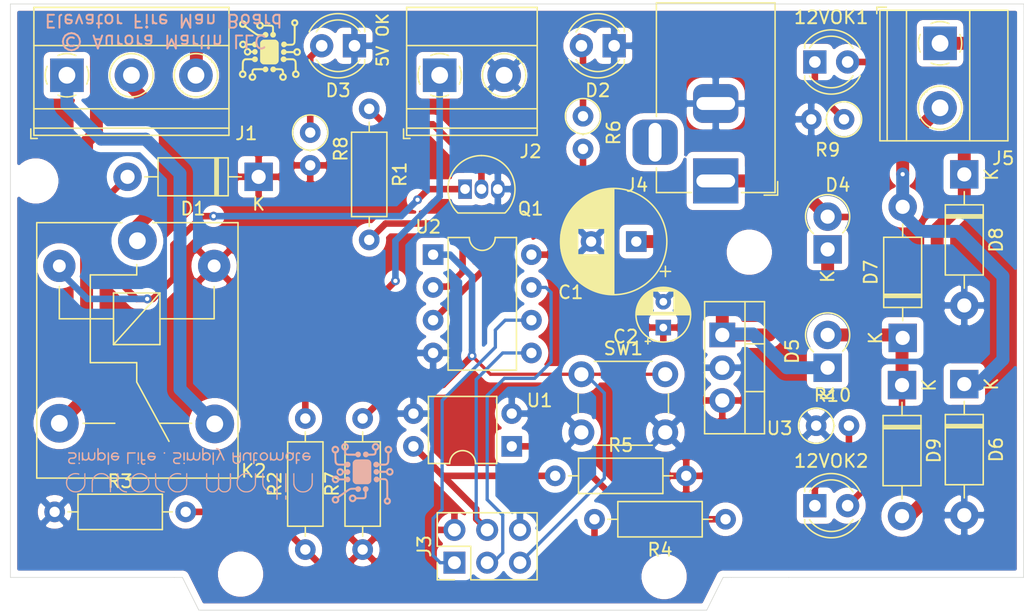
<source format=kicad_pcb>
(kicad_pcb (version 20171130) (host pcbnew "(5.1.2)-1")
  (layers (0 F.Cu signal) (31 B.Cu signal) (34 B.Paste user) (35 F.Paste user) (36 B.SilkS user) (37 F.SilkS user) (38 B.Mask user) (39 F.Mask user) (44 Edge.Cuts user))
  (net 0 "")
  (net 1 +12V)
  (net 2 GND)
  (net 3 +5V)
  (net 4 "Net-(D1-Pad2)")
  (net 5 "Net-(D2-Pad2)")
  (net 6 "Net-(D3-Pad2)")
  (net 7 "Net-(J1-Pad1)")
  (net 8 "Net-(J1-Pad2)")
  (net 9 "Net-(J1-Pad3)")
  (net 10 "Net-(J2-Pad1)")
  (net 11 MISO)
  (net 12 PB2)
  (net 13 MOSI)
  (net 14 Reset)
  (net 15 "Net-(Q1-Pad2)")
  (net 16 /Relay)
  (net 17 "Net-(R2-Pad1)")
  (net 18 "Net-(R4-Pad1)")
  (net 19 /Rela_y)
  (net 20 "Net-(12VOK1-Pad1)")
  (net 21 "Net-(12VOK1-Pad2)")
  (net 22 /DC+)
  (net 23 "Net-(12VOK2-Pad1)")
  (net 24 /ACL)
  (net 25 /ACN)
  (module Connector_PinHeader_2.54mm:PinHeader_2x03_P2.54mm_Vertical (layer F.Cu) (at 96.012 75.057 90)
    (fp_text reference J3 (at 1.27 -2.33 90) (layer F.SilkS))
    (fp_text value ICSP)
    (pad 1 thru_hole rect (at 0 0 90) (size 1.7 1.7) (drill 1) (layers *.Cu *.Mask) (net 11 MISO))
    (pad 2 thru_hole oval (at 2.54 0 90) (size 1.7 1.7) (drill 1) (layers *.Cu *.Mask) (net 3 +5V))
    (pad 3 thru_hole oval (at 0 2.54 90) (size 1.7 1.7) (drill 1) (layers *.Cu *.Mask) (net 12 PB2))
    (pad 4 thru_hole oval (at 2.54 2.54 90) (size 1.7 1.7) (drill 1) (layers *.Cu *.Mask) (net 13 MOSI))
    (pad 5 thru_hole oval (at 0 5.08 90) (size 1.7 1.7) (drill 1) (layers *.Cu *.Mask) (net 14 Reset))
    (pad 6 thru_hole oval (at 2.54 5.08 90) (size 1.7 1.7) (drill 1) (layers *.Cu *.Mask) (net 2 GND))
  )
  (module auroramarlin:a_marlin_logo (layer F.Cu) (at 81.661 35.306)
    (fp_text reference G*** hide)
    (fp_text value LOGO hide)
  )
  (module auroramarlin:aurora_Marlin (layer B.Cu) (at 78.613 68.199)
    (fp_text reference G*** hide)
    (fp_text value LOGO hide)
  )
  (module MountingHole:MountingHole_2.5mm (layer F.Cu) (at 63.5635 45.466)
    (fp_text reference REF** hide)
    (fp_text value MountingHole_2.5mm)
    (pad 1 np_thru_hole circle (at 0 0) (size 2.5 2.5) (drill 2.5) (layers *.Cu *.Mask))
  )
  (module MountingHole:MountingHole_2.5mm (layer F.Cu) (at 118.872 50.9905)
    (fp_text reference REF** hide)
    (fp_text value MountingHole_2.5mm)
    (pad 1 np_thru_hole circle (at 0 0) (size 2.5 2.5) (drill 2.5) (layers *.Cu *.Mask))
  )
  (module MountingHole:MountingHole_2.5mm (layer F.Cu) (at 79.4385 75.946)
    (fp_text reference REF** hide)
    (fp_text value MountingHole_2.5mm)
    (pad 1 np_thru_hole circle (at 0 0) (size 2.5 2.5) (drill 2.5) (layers *.Cu *.Mask))
  )
  (module MountingHole:MountingHole_2.5mm (layer F.Cu) (at 112.268 76.1365)
    (fp_text reference REF** hide)
    (fp_text value MountingHole_2.5mm)
    (pad 1 np_thru_hole circle (at 0 0) (size 2.5 2.5) (drill 2.5) (layers *.Cu *.Mask))
  )
  (module Capacitor_THT:CP_Radial_D8.0mm_P3.50mm (layer F.Cu) (at 110.109 50.165 180)
    (fp_text reference C1 (at 5.08 -3.937) (layer F.SilkS))
    (fp_text value "100uF 35V")
    (pad 1 thru_hole rect (at 0 0 180) (size 1.6 1.6) (drill 0.8) (layers *.Cu *.Mask) (net 1 +12V))
    (pad 2 thru_hole circle (at 3.5 0 180) (size 1.6 1.6) (drill 0.8) (layers *.Cu *.Mask) (net 2 GND))
  )
  (module Capacitor_THT:CP_Radial_D4.0mm_P2.00mm (layer F.Cu) (at 112.2045 56.8325 90)
    (fp_text reference C2 (at -0.6985 -2.921 180) (layer F.SilkS))
    (fp_text value "10uF 35V")
    (pad 1 thru_hole rect (at 0 0 90) (size 1.2 1.2) (drill 0.6) (layers *.Cu *.Mask) (net 3 +5V))
    (pad 2 thru_hole circle (at 2 0 90) (size 1.2 1.2) (drill 0.6) (layers *.Cu *.Mask) (net 2 GND))
  )
  (module TerminalBlock_Phoenix:TerminalBlock_Phoenix_MKDS-1,5-3_1x03_P5.00mm_Horizontal (layer F.Cu) (at 65.9765 37.2745)
    (fp_text reference J1 (at 13.9065 4.5085) (layer F.SilkS))
    (fp_text value Output)
    (pad 1 thru_hole rect (at 0 0) (size 2.6 2.6) (drill 1.3) (layers *.Cu *.Mask) (net 7 "Net-(J1-Pad1)"))
    (pad 2 thru_hole circle (at 5 0) (size 2.6 2.6) (drill 1.3) (layers *.Cu *.Mask) (net 8 "Net-(J1-Pad2)"))
    (pad 3 thru_hole circle (at 10 0) (size 2.6 2.6) (drill 1.3) (layers *.Cu *.Mask) (net 9 "Net-(J1-Pad3)"))
  )
  (module TerminalBlock_Phoenix:TerminalBlock_Phoenix_MKDS-1,5-2_1x02_P5.00mm_Horizontal (layer F.Cu) (at 94.869 37.2745)
    (fp_text reference J2 (at 7.0485 5.9055) (layer F.SilkS))
    (fp_text value Input)
    (pad 1 thru_hole rect (at 0 0) (size 2.6 2.6) (drill 1.3) (layers *.Cu *.Mask) (net 10 "Net-(J2-Pad1)"))
    (pad 2 thru_hole circle (at 5 0) (size 2.6 2.6) (drill 1.3) (layers *.Cu *.Mask) (net 2 GND))
  )
  (module Connector_BarrelJack:BarrelJack_Horizontal (layer F.Cu) (at 116.2685 45.466 270)
    (fp_text reference J4 (at 0.3175 6.096 180) (layer F.SilkS))
    (fp_text value DC_IN)
    (pad 1 thru_hole rect (at 0 0 270) (size 3.5 3.5) (drill oval 1 3) (layers *.Cu *.Mask) (net 21 "Net-(12VOK1-Pad2)"))
    (pad 2 thru_hole roundrect (at -6 0 270) (size 3 3.5) (drill oval 1 3) (layers *.Cu *.Mask) (net 2 GND))
    (pad 3 thru_hole roundrect (at -3 4.7 270) (size 3.5 3.5) (drill oval 3 1) (layers *.Cu *.Mask))
  )
  (module Relay_THT:Relay_SPDT_SANYOU_SRD_Series_Form_C (layer F.Cu) (at 71.4375 50.1015 270)
    (fp_text reference K2 (at 17.8435 -9.017 180) (layer F.SilkS))
    (fp_text value SANYOU_SRD_Form_C)
    (pad 2 thru_hole circle (at 1.95 6.05) (size 2.5 2.5) (drill 1) (layers *.Cu *.Mask) (net 4 "Net-(D1-Pad2)"))
    (pad 3 thru_hole circle (at 14.15 6.05) (size 3 3) (drill 1.3) (layers *.Cu *.Mask) (net 9 "Net-(J1-Pad3)"))
    (pad 4 thru_hole circle (at 14.2 -6) (size 3 3) (drill 1.3) (layers *.Cu *.Mask) (net 7 "Net-(J1-Pad1)"))
    (pad 5 thru_hole circle (at 1.95 -5.95) (size 2.5 2.5) (drill 1) (layers *.Cu *.Mask) (net 3 +5V))
    (pad 1 thru_hole circle (at 0 0) (size 3 3) (drill 1.3) (layers *.Cu *.Mask) (net 8 "Net-(J1-Pad2)"))
  )
  (module Package_TO_SOT_THT:TO-92_Inline (layer F.Cu) (at 96.8375 46.101)
    (fp_text reference Q1 (at 5.08 1.524) (layer F.SilkS))
    (fp_text value BC547)
    (pad 2 thru_hole oval (at 1.27 0) (size 1.05 1.5) (drill 0.75) (layers *.Cu *.Mask) (net 15 "Net-(Q1-Pad2)"))
    (pad 3 thru_hole oval (at 2.54 0) (size 1.05 1.5) (drill 0.75) (layers *.Cu *.Mask) (net 2 GND))
    (pad 1 thru_hole rect (at 0 0) (size 1.05 1.5) (drill 0.75) (layers *.Cu *.Mask) (net 4 "Net-(D1-Pad2)"))
  )
  (module Button_Switch_THT:SW_PUSH_6mm_H4.3mm (layer F.Cu) (at 105.8545 60.452)
    (fp_text reference SW1 (at 3.25 -2) (layer F.SilkS))
    (fp_text value SW_Push)
    (pad 2 thru_hole circle (at 0 4.5 90) (size 2 2) (drill 1.1) (layers *.Cu *.Mask) (net 2 GND))
    (pad 1 thru_hole circle (at 0 0 90) (size 2 2) (drill 1.1) (layers *.Cu *.Mask) (net 14 Reset))
    (pad 2 thru_hole circle (at 6.5 4.5 90) (size 2 2) (drill 1.1) (layers *.Cu *.Mask) (net 2 GND))
    (pad 1 thru_hole circle (at 6.5 0 90) (size 2 2) (drill 1.1) (layers *.Cu *.Mask) (net 14 Reset))
  )
  (module Package_DIP:DIP-4_W7.62mm (layer F.Cu) (at 100.457 66.04 180)
    (fp_text reference U1 (at -2.159 3.556) (layer F.SilkS))
    (fp_text value PC817)
    (pad 1 thru_hole rect (at 0 0 180) (size 1.6 1.6) (drill 0.8) (layers *.Cu *.Mask) (net 18 "Net-(R4-Pad1)"))
    (pad 3 thru_hole oval (at 7.62 2.54 180) (size 1.6 1.6) (drill 0.8) (layers *.Cu *.Mask) (net 2 GND))
    (pad 2 thru_hole oval (at 0 2.54 180) (size 1.6 1.6) (drill 0.8) (layers *.Cu *.Mask) (net 2 GND))
    (pad 4 thru_hole oval (at 7.62 0 180) (size 1.6 1.6) (drill 0.8) (layers *.Cu *.Mask) (net 13 MOSI))
  )
  (module Package_DIP:DIP-8_W7.62mm (layer F.Cu) (at 94.361 51.181)
    (fp_text reference U2 (at -0.381 -2.159) (layer F.SilkS))
    (fp_text value ATtiny13-20PU)
    (pad 1 thru_hole rect (at 0 0) (size 1.6 1.6) (drill 0.8) (layers *.Cu *.Mask) (net 14 Reset))
    (pad 5 thru_hole oval (at 7.62 7.62) (size 1.6 1.6) (drill 0.8) (layers *.Cu *.Mask) (net 13 MOSI))
    (pad 2 thru_hole oval (at 0 2.54) (size 1.6 1.6) (drill 0.8) (layers *.Cu *.Mask) (net 16 /Relay))
    (pad 6 thru_hole oval (at 7.62 5.08) (size 1.6 1.6) (drill 0.8) (layers *.Cu *.Mask) (net 11 MISO))
    (pad 3 thru_hole oval (at 0 5.08) (size 1.6 1.6) (drill 0.8) (layers *.Cu *.Mask) (net 19 /Rela_y))
    (pad 7 thru_hole oval (at 7.62 2.54) (size 1.6 1.6) (drill 0.8) (layers *.Cu *.Mask) (net 12 PB2))
    (pad 4 thru_hole oval (at 0 7.62) (size 1.6 1.6) (drill 0.8) (layers *.Cu *.Mask) (net 2 GND))
    (pad 8 thru_hole oval (at 7.62 0) (size 1.6 1.6) (drill 0.8) (layers *.Cu *.Mask) (net 3 +5V))
  )
  (module Package_TO_SOT_THT:TO-220-3_Vertical (layer F.Cu) (at 116.7765 57.404 270)
    (fp_text reference U3 (at 7.239 -4.445 180) (layer F.SilkS))
    (fp_text value LM7805_TO220)
    (pad 1 thru_hole rect (at 0 0 270) (size 1.905 2) (drill 1.1) (layers *.Cu *.Mask) (net 1 +12V))
    (pad 2 thru_hole oval (at 2.54 0 270) (size 1.905 2) (drill 1.1) (layers *.Cu *.Mask) (net 2 GND))
    (pad 3 thru_hole oval (at 5.08 0 270) (size 1.905 2) (drill 1.1) (layers *.Cu *.Mask) (net 3 +5V))
  )
  (module TerminalBlock_Phoenix:TerminalBlock_Phoenix_MKDS-1,5-2_1x02_P5.00mm_Horizontal (layer F.Cu) (at 133.6548 34.798 270)
    (fp_text reference J5 (at 8.9154 -4.9022 180) (layer F.SilkS))
    (fp_text value AC_IN)
    (pad 1 thru_hole rect (at 0 0 270) (size 2.6 2.6) (drill 1.3) (layers *.Cu *.Mask) (net 25 /ACN))
    (pad 2 thru_hole circle (at 5 0 270) (size 2.6 2.6) (drill 1.3) (layers *.Cu *.Mask) (net 24 /ACL))
  )
  (module Diode_THT:D_DO-41_SOD81_P10.16mm_Horizontal (layer F.Cu) (at 80.8355 45.1485 180)
    (fp_text reference D1 (at 5.08 -2.47) (layer F.SilkS))
    (fp_text value 1N4001)
    (fp_text user K (at 0 -2.1) (layer F.SilkS))
    (pad 1 thru_hole rect (at 0 0 180) (size 2.2 2.2) (drill 1.1) (layers *.Cu *.Mask) (net 3 +5V))
    (pad 2 thru_hole oval (at 10.16 0 180) (size 2.2 2.2) (drill 1.1) (layers *.Cu *.Mask) (net 4 "Net-(D1-Pad2)"))
  )
  (module Diode_THT:D_DO-41_SOD81_P10.16mm_Horizontal (layer F.Cu) (at 135.5344 61.214 270)
    (fp_text reference D6 (at 5.08 -2.47 90) (layer F.SilkS))
    (fp_text value 1N4007)
    (fp_text user K (at 0 -2.1 90) (layer F.SilkS))
    (pad 2 thru_hole oval (at 10.16 0 270) (size 2.2 2.2) (drill 1.1) (layers *.Cu *.Mask) (net 2 GND))
    (pad 1 thru_hole rect (at 0 0 270) (size 2.2 2.2) (drill 1.1) (layers *.Cu *.Mask) (net 24 /ACL))
  )
  (module Resistor_THT:R_Axial_DIN0207_L6.3mm_D2.5mm_P10.16mm_Horizontal (layer F.Cu) (at 89.408 39.878 270)
    (fp_text reference R1 (at 5.08 -2.37 90) (layer F.SilkS))
    (fp_text value 10K)
    (pad 2 thru_hole oval (at 10.16 0 270) (size 1.6 1.6) (drill 0.8) (layers *.Cu *.Mask) (net 16 /Relay))
    (pad 1 thru_hole circle (at 0 0 270) (size 1.6 1.6) (drill 0.8) (layers *.Cu *.Mask) (net 15 "Net-(Q1-Pad2)"))
  )
  (module Resistor_THT:R_Axial_DIN0207_L6.3mm_D2.5mm_P10.16mm_Horizontal (layer F.Cu) (at 84.455 74.041 90)
    (fp_text reference R2 (at 5.08 -2.37 90) (layer F.SilkS))
    (fp_text value 2K)
    (pad 1 thru_hole circle (at 0 0 90) (size 1.6 1.6) (drill 0.8) (layers *.Cu *.Mask) (net 17 "Net-(R2-Pad1)"))
    (pad 2 thru_hole oval (at 10.16 0 90) (size 1.6 1.6) (drill 0.8) (layers *.Cu *.Mask) (net 10 "Net-(J2-Pad1)"))
  )
  (module Resistor_THT:R_Axial_DIN0207_L6.3mm_D2.5mm_P10.16mm_Horizontal (layer F.Cu) (at 65.024 71.12)
    (fp_text reference R3 (at 5.08 -2.37) (layer F.SilkS))
    (fp_text value 1K)
    (pad 1 thru_hole circle (at 0 0) (size 1.6 1.6) (drill 0.8) (layers *.Cu *.Mask) (net 2 GND))
    (pad 2 thru_hole oval (at 10.16 0) (size 1.6 1.6) (drill 0.8) (layers *.Cu *.Mask) (net 17 "Net-(R2-Pad1)"))
  )
  (module Resistor_THT:R_Axial_DIN0207_L6.3mm_D2.5mm_P10.16mm_Horizontal (layer F.Cu) (at 117.0305 71.6915 180)
    (fp_text reference R4 (at 5.08 -2.37) (layer F.SilkS))
    (fp_text value 10K)
    (pad 2 thru_hole oval (at 10.16 0 180) (size 1.6 1.6) (drill 0.8) (layers *.Cu *.Mask) (net 17 "Net-(R2-Pad1)"))
    (pad 1 thru_hole circle (at 0 0 180) (size 1.6 1.6) (drill 0.8) (layers *.Cu *.Mask) (net 18 "Net-(R4-Pad1)"))
  )
  (module Resistor_THT:R_Axial_DIN0207_L6.3mm_D2.5mm_P10.16mm_Horizontal (layer F.Cu) (at 103.8225 68.326)
    (fp_text reference R5 (at 5.08 -2.37) (layer F.SilkS))
    (fp_text value 4.7K)
    (pad 2 thru_hole oval (at 10.16 0) (size 1.6 1.6) (drill 0.8) (layers *.Cu *.Mask) (net 3 +5V))
    (pad 1 thru_hole circle (at 0 0) (size 1.6 1.6) (drill 0.8) (layers *.Cu *.Mask) (net 13 MOSI))
  )
  (module Resistor_THT:R_Axial_DIN0207_L6.3mm_D2.5mm_P10.16mm_Horizontal (layer F.Cu) (at 88.9 74.041 90)
    (fp_text reference R7 (at 5.08 -2.37 90) (layer F.SilkS))
    (fp_text value 10K)
    (pad 1 thru_hole circle (at 0 0 90) (size 1.6 1.6) (drill 0.8) (layers *.Cu *.Mask) (net 3 +5V))
    (pad 2 thru_hole oval (at 10.16 0 90) (size 1.6 1.6) (drill 0.8) (layers *.Cu *.Mask) (net 14 Reset))
  )
  (module Diode_THT:D_DO-41_SOD81_P10.16mm_Horizontal (layer F.Cu) (at 130.7592 57.6326 90)
    (fp_text reference D7 (at 5.08 -2.47 90) (layer F.SilkS))
    (fp_text value 1N4007)
    (fp_text user K (at 0 -2.1 90) (layer F.SilkS))
    (pad 1 thru_hole rect (at 0 0 90) (size 2.2 2.2) (drill 1.1) (layers *.Cu *.Mask) (net 22 /DC+))
    (pad 2 thru_hole oval (at 10.16 0 90) (size 2.2 2.2) (drill 1.1) (layers *.Cu *.Mask) (net 24 /ACL))
  )
  (module Diode_THT:D_DO-41_SOD81_P10.16mm_Horizontal (layer F.Cu) (at 135.5344 44.958 270)
    (fp_text reference D8 (at 5.08 -2.47 90) (layer F.SilkS))
    (fp_text value 1N4007)
    (fp_text user K (at 0 -2.1 90) (layer F.SilkS))
    (pad 1 thru_hole rect (at 0 0 270) (size 2.2 2.2) (drill 1.1) (layers *.Cu *.Mask) (net 25 /ACN))
    (pad 2 thru_hole oval (at 10.16 0 270) (size 2.2 2.2) (drill 1.1) (layers *.Cu *.Mask) (net 2 GND))
  )
  (module Diode_THT:D_DO-41_SOD81_P10.16mm_Horizontal (layer F.Cu) (at 130.7084 61.2902 270)
    (fp_text reference D9 (at 5.08 -2.47 90) (layer F.SilkS))
    (fp_text value 1N4007)
    (fp_text user K (at 0 -2.1 90) (layer F.SilkS))
    (pad 2 thru_hole oval (at 10.16 0 270) (size 2.2 2.2) (drill 1.1) (layers *.Cu *.Mask) (net 25 /ACN))
    (pad 1 thru_hole rect (at 0 0 270) (size 2.2 2.2) (drill 1.1) (layers *.Cu *.Mask) (net 22 /DC+))
  )
  (module Diode_THT:D_DO-41_SOD81_P2.54mm_Vertical_KathodeUp (layer F.Cu) (at 124.9426 50.7746 90)
    (fp_text reference D4 (at 4.9911 0.7874 180) (layer F.SilkS))
    (fp_text value D)
    (fp_text user K (at -2.1 0 90) (layer F.SilkS))
    (pad 1 thru_hole rect (at 0 0 90) (size 2.2 2.2) (drill 1.1) (layers *.Cu *.Mask) (net 1 +12V))
    (pad 2 thru_hole oval (at 2.54 0 90) (size 2.2 2.2) (drill 1.1) (layers *.Cu *.Mask) (net 21 "Net-(12VOK1-Pad2)"))
  )
  (module Resistor_THT:R_Axial_DIN0207_L6.3mm_D2.5mm_P2.54mm_Vertical (layer F.Cu) (at 105.9815 40.4495 270)
    (fp_text reference R6 (at 1.27 -2.37 90) (layer F.SilkS))
    (fp_text value 330)
    (pad 1 thru_hole circle (at 0 0 270) (size 1.6 1.6) (drill 0.8) (layers *.Cu *.Mask) (net 5 "Net-(D2-Pad2)"))
    (pad 2 thru_hole oval (at 2.54 0 270) (size 1.6 1.6) (drill 0.8) (layers *.Cu *.Mask) (net 19 /Rela_y))
  )
  (module Resistor_THT:R_Axial_DIN0207_L6.3mm_D2.5mm_P2.54mm_Vertical (layer F.Cu) (at 84.836 41.7195 270)
    (fp_text reference R8 (at 1.27 -2.37 90) (layer F.SilkS))
    (fp_text value 330)
    (pad 2 thru_hole oval (at 2.54 0 270) (size 1.6 1.6) (drill 0.8) (layers *.Cu *.Mask) (net 3 +5V))
    (pad 1 thru_hole circle (at 0 0 270) (size 1.6 1.6) (drill 0.8) (layers *.Cu *.Mask) (net 6 "Net-(D3-Pad2)"))
  )
  (module Diode_THT:D_DO-41_SOD81_P2.54mm_Vertical_KathodeUp (layer F.Cu) (at 124.9426 59.944 90)
    (fp_text reference D5 (at 1.27 -2.750635 90) (layer F.SilkS))
    (fp_text value D)
    (fp_text user K (at -2.1 0 90) (layer F.SilkS))
    (pad 1 thru_hole rect (at 0 0 90) (size 2.2 2.2) (drill 1.1) (layers *.Cu *.Mask) (net 1 +12V))
    (pad 2 thru_hole oval (at 2.54 0 90) (size 2.2 2.2) (drill 1.1) (layers *.Cu *.Mask) (net 22 /DC+))
  )
  (module Resistor_THT:R_Axial_DIN0207_L6.3mm_D2.5mm_P2.54mm_Vertical (layer F.Cu) (at 124.0536 64.4398)
    (fp_text reference R10 (at 1.27 -2.37) (layer F.SilkS))
    (fp_text value 330)
    (pad 1 thru_hole circle (at 0 0) (size 1.6 1.6) (drill 0.8) (layers *.Cu *.Mask) (net 2 GND))
    (pad 2 thru_hole oval (at 2.54 0) (size 1.6 1.6) (drill 0.8) (layers *.Cu *.Mask) (net 23 "Net-(12VOK2-Pad1)"))
  )
  (module Resistor_THT:R_Axial_DIN0207_L6.3mm_D2.5mm_P2.54mm_Vertical (layer F.Cu) (at 126.2126 40.6908 180)
    (fp_text reference R9 (at 1.27 -2.37) (layer F.SilkS))
    (fp_text value 330)
    (pad 1 thru_hole circle (at 0 0 180) (size 1.6 1.6) (drill 0.8) (layers *.Cu *.Mask) (net 20 "Net-(12VOK1-Pad1)"))
    (pad 2 thru_hole oval (at 2.54 0 180) (size 1.6 1.6) (drill 0.8) (layers *.Cu *.Mask) (net 2 GND))
  )
  (module LED_THT:LED_D4.0mm (layer F.Cu) (at 123.952 36.2458)
    (fp_text reference 12VOK1 (at 1.27 -3.46) (layer F.SilkS))
    (fp_text value Yellow)
    (pad 2 thru_hole circle (at 2.54 0) (size 1.8 1.8) (drill 0.9) (layers *.Cu *.Mask) (net 21 "Net-(12VOK1-Pad2)"))
    (pad 1 thru_hole rect (at 0 0) (size 1.8 1.8) (drill 0.9) (layers *.Cu *.Mask) (net 20 "Net-(12VOK1-Pad1)"))
  )
  (module LED_THT:LED_D4.0mm (layer F.Cu) (at 123.952 70.6374)
    (fp_text reference 12VOK2 (at 1.27 -3.46) (layer F.SilkS))
    (fp_text value Blue)
    (pad 1 thru_hole rect (at 0 0) (size 1.8 1.8) (drill 0.9) (layers *.Cu *.Mask) (net 23 "Net-(12VOK2-Pad1)"))
    (pad 2 thru_hole circle (at 2.54 0) (size 1.8 1.8) (drill 0.9) (layers *.Cu *.Mask) (net 22 /DC+))
  )
  (module LED_THT:LED_D4.0mm (layer F.Cu) (at 108.3945 34.9885 180)
    (fp_text reference D2 (at 1.27 -3.46) (layer F.SilkS))
    (fp_text value Red)
    (pad 1 thru_hole rect (at 0 0 180) (size 1.8 1.8) (drill 0.9) (layers *.Cu *.Mask) (net 2 GND))
    (pad 2 thru_hole circle (at 2.54 0 180) (size 1.8 1.8) (drill 0.9) (layers *.Cu *.Mask) (net 5 "Net-(D2-Pad2)"))
  )
  (module LED_THT:LED_D4.0mm (layer F.Cu) (at 88.265 34.9885 180)
    (fp_text reference D3 (at 1.27 -3.46) (layer F.SilkS))
    (fp_text value Green)
    (pad 2 thru_hole circle (at 2.54 0 180) (size 1.8 1.8) (drill 0.9) (layers *.Cu *.Mask) (net 6 "Net-(D3-Pad2)"))
    (pad 1 thru_hole rect (at 0 0 180) (size 1.8 1.8) (drill 0.9) (layers *.Cu *.Mask) (net 2 GND))
  )
  (gr_line (start 140.1318 76.2) (end 140.1572 31.75) (layer Edge.Cuts) (width 0.05))
  (gr_line (start 121.92 76.2) (end 140.1318 76.2) (layer Edge.Cuts) (width 0.05))
  (gr_text "5V OK" (at 90.4494 34.544 90) (layer F.SilkS) (effects (font (size 0.9 0.9))))
  (gr_text "© Aurora Marlin LLC\nElevator Fire Man Board" (at 73.4695 33.8455 180) (layer B.SilkS) (effects (font (size 1 1)) (justify mirror)))
  (gr_line (start 74.93 76.2) (end 74.295 76.2) (layer Edge.Cuts) (width 0.05))
  (gr_line (start 76.2 78.74) (end 74.93 76.2) (layer Edge.Cuts) (width 0.05))
  (gr_line (start 116.84 76.2) (end 117.475 76.2) (layer Edge.Cuts) (width 0.05))
  (gr_line (start 115.57 78.74) (end 116.84 76.2) (layer Edge.Cuts) (width 0.05))
  (gr_line (start 76.2 78.74) (end 115.57 78.74) (layer Edge.Cuts) (width 0.05))
  (gr_line (start 117.475 76.2) (end 121.92 76.2) (layer Edge.Cuts) (width 0.05))
  (gr_line (start 61.595 76.2) (end 74.295 76.2) (layer Edge.Cuts) (width 0.05))
  (gr_line (start 61.595 31.75) (end 61.595 76.2) (layer Edge.Cuts) (width 0.05))
  (gr_line (start 61.595 31.75) (end 140.1572 31.75) (layer Edge.Cuts) (width 0.05))
  (segment (start 121.7676 59.944) (end 124.9426 59.944) (width 1) (layer B.Cu) (net 1))
  (segment (start 119.1514 57.3278) (end 121.7676 59.944) (width 1) (layer B.Cu) (net 1))
  (segment (start 116.9002 57.3278) (end 119.1514 57.3278) (width 1) (layer B.Cu) (net 1))
  (segment (start 116.7765 57.404) (end 116.824 57.404) (width 1) (layer B.Cu) (net 1))
  (segment (start 116.824 57.404) (end 116.9002 57.3278) (width 1) (layer B.Cu) (net 1))
  (segment (start 118.7765 57.404) (end 116.7765 57.404) (width 1) (layer F.Cu) (net 1))
  (segment (start 120.4132 57.404) (end 118.7765 57.404) (width 1) (layer F.Cu) (net 1))
  (segment (start 124.9426 52.8746) (end 120.4132 57.404) (width 1) (layer F.Cu) (net 1))
  (segment (start 124.9426 50.7746) (end 124.9426 52.8746) (width 1) (layer F.Cu) (net 1))
  (segment (start 116.7765 54.991) (end 116.7765 57.404) (width 1) (layer F.Cu) (net 1))
  (segment (start 110.109 50.165) (end 111.9505 50.165) (width 1) (layer F.Cu) (net 1))
  (segment (start 111.9505 50.165) (end 116.7765 54.991) (width 1) (layer F.Cu) (net 1))
  (via (at 93.1545 46.9265) (size 0.6854) (drill 0.3302) (layers F.Cu B.Cu) (net 4))
  (segment (start 96.8375 46.101) (end 93.98 46.101) (width 0.508) (layer F.Cu) (net 4))
  (segment (start 93.98 46.101) (end 93.1545 46.9265) (width 0.508) (layer F.Cu) (net 4))
  (via (at 77.343 48.1965) (size 0.6854) (drill 0.3302) (layers F.Cu B.Cu) (net 4))
  (segment (start 93.1545 46.9265) (end 91.8845 48.1965) (width 0.508) (layer B.Cu) (net 4))
  (segment (start 91.8845 48.1965) (end 77.343 48.1965) (width 0.508) (layer B.Cu) (net 4))
  (via (at 72.1995 54.610002) (size 0.6854) (drill 0.3302) (layers F.Cu B.Cu) (net 4))
  (segment (start 72.199498 54.61) (end 72.1995 54.610002) (width 0.508) (layer B.Cu) (net 4))
  (segment (start 67.564 54.61) (end 72.199498 54.61) (width 0.508) (layer B.Cu) (net 4))
  (segment (start 65.3875 52.0515) (end 65.3875 52.4335) (width 0.508) (layer B.Cu) (net 4))
  (segment (start 65.3875 52.4335) (end 67.564 54.61) (width 0.508) (layer B.Cu) (net 4))
  (segment (start 72.643998 54.610002) (end 72.1995 54.610002) (width 0.508) (layer F.Cu) (net 4))
  (segment (start 74.2315 53.0225) (end 72.643998 54.610002) (width 0.508) (layer F.Cu) (net 4))
  (segment (start 74.2315 50.419) (end 74.2315 53.0225) (width 0.508) (layer F.Cu) (net 4))
  (segment (start 77.343 48.1965) (end 76.454 48.1965) (width 0.508) (layer F.Cu) (net 4))
  (segment (start 76.454 48.1965) (end 74.2315 50.419) (width 0.508) (layer F.Cu) (net 4))
  (segment (start 72.199498 54.61) (end 72.1995 54.610002) (width 0.508) (layer F.Cu) (net 4))
  (segment (start 71.374 54.61) (end 72.199498 54.61) (width 0.508) (layer F.Cu) (net 4))
  (segment (start 68.8975 52.1335) (end 71.374 54.61) (width 0.508) (layer F.Cu) (net 4))
  (segment (start 70.6755 45.1485) (end 68.8975 46.9265) (width 0.508) (layer F.Cu) (net 4))
  (segment (start 68.8975 46.9265) (end 68.8975 52.1335) (width 0.508) (layer F.Cu) (net 4))
  (segment (start 105.4735 34.544) (end 105.7275 34.29) (width 0.508) (layer F.Cu) (net 5))
  (segment (start 105.9815 35.1155) (end 105.8545 34.9885) (width 0.508) (layer F.Cu) (net 5))
  (segment (start 105.9815 40.4495) (end 105.9815 35.1155) (width 0.508) (layer F.Cu) (net 5))
  (segment (start 84.836 35.8775) (end 85.725 34.9885) (width 0.508) (layer F.Cu) (net 6))
  (segment (start 84.836 41.7195) (end 84.836 35.8775) (width 0.508) (layer F.Cu) (net 6))
  (segment (start 75.937501 62.801501) (end 77.4375 64.3015) (width 1) (layer B.Cu) (net 7))
  (segment (start 65.9765 39.5745) (end 68.6295 42.2275) (width 1) (layer B.Cu) (net 7))
  (segment (start 65.9765 37.2745) (end 65.9765 39.5745) (width 1) (layer B.Cu) (net 7))
  (segment (start 68.6295 42.2275) (end 72.0725 42.2275) (width 1) (layer B.Cu) (net 7))
  (segment (start 72.0725 42.2275) (end 74.7395 44.8945) (width 1) (layer B.Cu) (net 7))
  (segment (start 74.7395 44.8945) (end 74.7395 61.6035) (width 1) (layer B.Cu) (net 7))
  (segment (start 74.7395 61.6035) (end 75.937501 62.801501) (width 1) (layer B.Cu) (net 7))
  (segment (start 71.4375 48.9585) (end 71.4375 50.1015) (width 1) (layer F.Cu) (net 8))
  (segment (start 73.5965 46.7995) (end 71.4375 48.9585) (width 1) (layer F.Cu) (net 8))
  (segment (start 73.5965 40.767) (end 73.5965 46.7995) (width 1) (layer F.Cu) (net 8))
  (segment (start 70.9765 37.2745) (end 70.9765 38.147) (width 1) (layer F.Cu) (net 8))
  (segment (start 70.9765 38.147) (end 73.5965 40.767) (width 1) (layer F.Cu) (net 8))
  (segment (start 76.0095 34.925) (end 76.0095 37.2415) (width 1) (layer F.Cu) (net 9))
  (segment (start 75.057 33.9725) (end 76.0095 34.925) (width 1) (layer F.Cu) (net 9))
  (segment (start 67.5005 62.1385) (end 67.5005 42.418) (width 1) (layer F.Cu) (net 9))
  (segment (start 65.3875 64.2515) (end 67.5005 62.1385) (width 1) (layer F.Cu) (net 9))
  (segment (start 67.5005 42.418) (end 68.2625 41.656) (width 1) (layer F.Cu) (net 9))
  (segment (start 68.2625 41.656) (end 68.2625 35.687) (width 1) (layer F.Cu) (net 9))
  (segment (start 76.0095 37.2415) (end 75.9765 37.2745) (width 1) (layer F.Cu) (net 9))
  (segment (start 68.2625 35.687) (end 69.977 33.9725) (width 1) (layer F.Cu) (net 9))
  (segment (start 69.977 33.9725) (end 75.057 33.9725) (width 1) (layer F.Cu) (net 9))
  (via (at 91.44 53.213) (size 0.6854) (drill 0.3302) (layers F.Cu B.Cu) (net 10))
  (segment (start 84.455 63.881) (end 84.455 60.198) (width 0.508) (layer F.Cu) (net 10))
  (segment (start 84.455 60.198) (end 91.44 53.213) (width 0.508) (layer F.Cu) (net 10))
  (segment (start 91.44 53.213) (end 91.44 50.1015) (width 0.508) (layer B.Cu) (net 10))
  (segment (start 94.869 46.6725) (end 94.869 37.2745) (width 0.508) (layer B.Cu) (net 10))
  (segment (start 91.44 50.1015) (end 94.869 46.6725) (width 0.508) (layer B.Cu) (net 10))
  (segment (start 99.949 56.261) (end 101.981 56.261) (width 0.254) (layer B.Cu) (net 11))
  (segment (start 99.187 57.023) (end 99.949 56.261) (width 0.254) (layer B.Cu) (net 11))
  (segment (start 99.187 58.3565) (end 99.187 57.023) (width 0.254) (layer B.Cu) (net 11))
  (segment (start 94.908 75.057) (end 94.361 74.51) (width 0.254) (layer B.Cu) (net 11))
  (segment (start 96.012 75.057) (end 94.908 75.057) (width 0.254) (layer B.Cu) (net 11))
  (segment (start 94.361 74.51) (end 94.361 71.628) (width 0.254) (layer B.Cu) (net 11))
  (segment (start 94.361 71.628) (end 95.0595 70.9295) (width 0.254) (layer B.Cu) (net 11))
  (segment (start 95.0595 70.9295) (end 95.0595 62.484) (width 0.254) (layer B.Cu) (net 11))
  (segment (start 95.0595 62.484) (end 99.187 58.3565) (width 0.254) (layer B.Cu) (net 11))
  (segment (start 98.9965 75.057) (end 98.552 75.057) (width 0.254) (layer B.Cu) (net 12))
  (segment (start 99.7585 71.374) (end 99.7585 74.295) (width 0.254) (layer B.Cu) (net 12))
  (segment (start 98.552 70.1675) (end 99.7585 71.374) (width 0.254) (layer B.Cu) (net 12))
  (segment (start 98.552 62.103) (end 98.552 70.1675) (width 0.254) (layer B.Cu) (net 12))
  (segment (start 103.11237 53.721) (end 103.505 54.11363) (width 0.254) (layer B.Cu) (net 12))
  (segment (start 103.505 54.11363) (end 103.505 59.4995) (width 0.254) (layer B.Cu) (net 12))
  (segment (start 103.505 59.4995) (end 102.235 60.7695) (width 0.254) (layer B.Cu) (net 12))
  (segment (start 99.7585 74.295) (end 98.9965 75.057) (width 0.254) (layer B.Cu) (net 12))
  (segment (start 101.981 53.721) (end 103.11237 53.721) (width 0.254) (layer B.Cu) (net 12))
  (segment (start 102.235 60.7695) (end 99.8855 60.7695) (width 0.254) (layer B.Cu) (net 12))
  (segment (start 99.8855 60.7695) (end 98.552 62.103) (width 0.254) (layer B.Cu) (net 12))
  (segment (start 97.702001 71.667001) (end 97.702001 60.857499) (width 0.254) (layer B.Cu) (net 13))
  (segment (start 98.552 72.517) (end 97.702001 71.667001) (width 0.254) (layer B.Cu) (net 13))
  (segment (start 99.7585 58.801) (end 101.981 58.801) (width 0.254) (layer B.Cu) (net 13))
  (segment (start 97.702001 60.857499) (end 99.7585 58.801) (width 0.254) (layer B.Cu) (net 13))
  (segment (start 105.8545 60.452) (end 106.172 60.452) (width 0.254) (layer F.Cu) (net 14))
  (segment (start 95.669 51.181) (end 97.379943 52.891943) (width 0.508) (layer B.Cu) (net 14))
  (segment (start 95.128386 61.2775) (end 97.037244 59.368642) (width 0.508) (layer F.Cu) (net 14))
  (segment (start 97.037244 59.368642) (end 97.379943 59.025943) (width 0.508) (layer F.Cu) (net 14))
  (via (at 97.379943 59.025943) (size 0.6854) (drill 0.3302) (layers F.Cu B.Cu) (net 14))
  (segment (start 94.361 51.181) (end 95.669 51.181) (width 0.508) (layer B.Cu) (net 14))
  (segment (start 91.5035 61.2775) (end 95.128386 61.2775) (width 0.508) (layer F.Cu) (net 14))
  (segment (start 98.806 60.452) (end 97.722642 59.368642) (width 0.254) (layer F.Cu) (net 14))
  (segment (start 97.722642 59.368642) (end 97.379943 59.025943) (width 0.254) (layer F.Cu) (net 14))
  (segment (start 105.8545 60.452) (end 98.806 60.452) (width 0.254) (layer F.Cu) (net 14))
  (segment (start 88.9 63.881) (end 91.5035 61.2775) (width 0.508) (layer F.Cu) (net 14))
  (segment (start 97.379943 58.541293) (end 97.379943 59.025943) (width 0.508) (layer B.Cu) (net 14))
  (segment (start 97.379943 52.891943) (end 97.379943 58.541293) (width 0.508) (layer B.Cu) (net 14))
  (segment (start 106.172 60.452) (end 105.8545 60.452) (width 0.254) (layer B.Cu) (net 14))
  (segment (start 107.6325 61.9125) (end 106.172 60.452) (width 0.254) (layer B.Cu) (net 14))
  (segment (start 101.092 75.057) (end 107.6325 68.5165) (width 0.254) (layer B.Cu) (net 14))
  (segment (start 107.6325 68.5165) (end 107.6325 61.9125) (width 0.254) (layer B.Cu) (net 14))
  (segment (start 107.268713 60.452) (end 112.3545 60.452) (width 0.254) (layer F.Cu) (net 14))
  (segment (start 105.8545 60.452) (end 107.268713 60.452) (width 0.254) (layer F.Cu) (net 14))
  (segment (start 98.1075 44.843) (end 98.1075 46.101) (width 0.508) (layer F.Cu) (net 15))
  (segment (start 94.342499 41.077999) (end 98.1075 44.843) (width 0.508) (layer F.Cu) (net 15))
  (segment (start 90.607999 41.077999) (end 94.342499 41.077999) (width 0.508) (layer F.Cu) (net 15))
  (segment (start 89.408 39.878) (end 90.607999 41.077999) (width 0.508) (layer F.Cu) (net 15))
  (segment (start 94.4245 53.6575) (end 94.361 53.721) (width 0.508) (layer F.Cu) (net 16))
  (segment (start 90.678 48.768) (end 95.123 48.768) (width 0.508) (layer F.Cu) (net 16))
  (segment (start 89.408 50.038) (end 90.678 48.768) (width 0.508) (layer F.Cu) (net 16))
  (segment (start 95.123 48.768) (end 96.647 50.292) (width 0.508) (layer F.Cu) (net 16))
  (segment (start 96.647 50.292) (end 96.647 52.5145) (width 0.508) (layer F.Cu) (net 16))
  (segment (start 96.647 52.5145) (end 95.504 53.6575) (width 0.508) (layer F.Cu) (net 16))
  (segment (start 95.504 53.6575) (end 94.4245 53.6575) (width 0.508) (layer F.Cu) (net 16))
  (segment (start 81.534 71.12) (end 84.455 74.041) (width 0.508) (layer F.Cu) (net 17))
  (segment (start 75.184 71.12) (end 81.534 71.12) (width 0.508) (layer F.Cu) (net 17))
  (segment (start 106.8705 73.0885) (end 106.8705 71.6915) (width 0.508) (layer F.Cu) (net 17))
  (segment (start 102.9335 77.0255) (end 106.8705 73.0885) (width 0.508) (layer F.Cu) (net 17))
  (segment (start 84.455 74.041) (end 87.4395 77.0255) (width 0.508) (layer F.Cu) (net 17))
  (segment (start 87.4395 77.0255) (end 102.9335 77.0255) (width 0.508) (layer F.Cu) (net 17))
  (segment (start 115.89913 71.6915) (end 117.0305 71.6915) (width 0.508) (layer F.Cu) (net 18))
  (segment (start 110.0455 71.6915) (end 115.89913 71.6915) (width 0.508) (layer F.Cu) (net 18))
  (segment (start 100.457 66.04) (end 104.394 66.04) (width 0.508) (layer F.Cu) (net 18))
  (segment (start 104.394 66.04) (end 110.0455 71.6915) (width 0.508) (layer F.Cu) (net 18))
  (segment (start 95.123 68.326) (end 103.8225 68.326) (width 0.508) (layer F.Cu) (net 13))
  (segment (start 92.837 66.04) (end 95.123 68.326) (width 0.508) (layer F.Cu) (net 13))
  (segment (start 97.702001 70.905001) (end 95.123 68.326) (width 0.508) (layer F.Cu) (net 13))
  (segment (start 97.702001 71.667001) (end 97.702001 70.905001) (width 0.508) (layer F.Cu) (net 13))
  (segment (start 98.552 72.517) (end 97.702001 71.667001) (width 0.508) (layer F.Cu) (net 13))
  (segment (start 105.9815 44.6405) (end 105.9815 42.9895) (width 0.508) (layer F.Cu) (net 19))
  (segment (start 94.361 56.261) (end 105.9815 44.6405) (width 0.508) (layer F.Cu) (net 19))
  (segment (start 123.952 38.4302) (end 126.2126 40.6908) (width 0.508) (layer F.Cu) (net 20))
  (segment (start 123.952 36.2458) (end 123.952 38.4302) (width 0.508) (layer F.Cu) (net 20))
  (segment (start 122.174 45.466) (end 124.9426 48.2346) (width 1) (layer F.Cu) (net 21))
  (segment (start 116.2685 45.466) (end 122.174 45.466) (width 1) (layer F.Cu) (net 21))
  (segment (start 124.968 48.26) (end 124.9426 48.2346) (width 0.508) (layer F.Cu) (net 21))
  (segment (start 126.9365 48.26) (end 124.968 48.26) (width 0.508) (layer F.Cu) (net 21))
  (segment (start 128.397 46.7995) (end 126.9365 48.26) (width 0.508) (layer F.Cu) (net 21))
  (segment (start 128.397 36.703) (end 128.397 46.7995) (width 0.508) (layer F.Cu) (net 21))
  (segment (start 126.492 36.2458) (end 127.9398 36.2458) (width 0.508) (layer F.Cu) (net 21))
  (segment (start 127.9398 36.2458) (end 128.397 36.703) (width 0.508) (layer F.Cu) (net 21))
  (segment (start 130.7084 66.421) (end 130.7084 61.2902) (width 0.508) (layer F.Cu) (net 22))
  (segment (start 126.492 70.6374) (end 130.7084 66.421) (width 0.508) (layer F.Cu) (net 22))
  (segment (start 130.7084 57.6834) (end 130.7592 57.6326) (width 1) (layer F.Cu) (net 22))
  (segment (start 130.7084 61.2902) (end 130.7084 57.6834) (width 1) (layer F.Cu) (net 22))
  (segment (start 130.5306 57.404) (end 130.7592 57.6326) (width 1) (layer F.Cu) (net 22))
  (segment (start 124.9426 57.404) (end 130.5306 57.404) (width 1) (layer F.Cu) (net 22))
  (segment (start 126.5936 66.5734) (end 126.5936 64.4398) (width 0.508) (layer F.Cu) (net 23))
  (segment (start 123.952 70.6374) (end 123.952 69.215) (width 0.508) (layer F.Cu) (net 23))
  (segment (start 123.952 69.215) (end 126.5936 66.5734) (width 0.508) (layer F.Cu) (net 23))
  (segment (start 130.7592 42.6936) (end 133.6548 39.798) (width 1) (layer F.Cu) (net 24))
  (segment (start 130.7592 44.9326) (end 130.7592 42.6936) (width 1) (layer F.Cu) (net 24))
  (segment (start 130.7592 47.879) (end 130.7592 44.9453) (width 1) (layer B.Cu) (net 24))
  (segment (start 130.683 47.9552) (end 130.7592 47.879) (width 1) (layer B.Cu) (net 24))
  (segment (start 136.6266 61.214) (end 138.5316 59.309) (width 1) (layer B.Cu) (net 24))
  (segment (start 135.5344 61.214) (end 136.6266 61.214) (width 1) (layer B.Cu) (net 24))
  (segment (start 138.5316 59.309) (end 138.5316 52.8574) (width 1) (layer B.Cu) (net 24))
  (segment (start 138.5316 52.8574) (end 135.0518 49.3776) (width 1) (layer B.Cu) (net 24))
  (segment (start 135.0518 49.3776) (end 132.1054 49.3776) (width 1) (layer B.Cu) (net 24))
  (segment (start 132.1054 49.3776) (end 130.683 47.9552) (width 1) (layer B.Cu) (net 24))
  (segment (start 130.7592 44.9453) (end 130.7592 44.9326) (width 1) (layer B.Cu) (net 24))
  (via (at 130.7592 44.9453) (size 0.6854) (drill 0.3302) (layers F.Cu B.Cu) (net 24))
  (segment (start 135.763 34.798) (end 133.6548 34.798) (width 1) (layer F.Cu) (net 25))
  (segment (start 136.8552 35.8902) (end 135.763 34.798) (width 1) (layer F.Cu) (net 25))
  (segment (start 136.8552 41.2372) (end 136.8552 35.8902) (width 1) (layer F.Cu) (net 25))
  (segment (start 135.5344 44.958) (end 135.5344 42.558) (width 1) (layer F.Cu) (net 25))
  (segment (start 135.5344 42.558) (end 136.8552 41.2372) (width 1) (layer F.Cu) (net 25))
  (segment (start 133.434399 69.284303) (end 130.7084 72.010302) (width 1) (layer F.Cu) (net 25))
  (segment (start 133.434399 49.158001) (end 133.434399 69.284303) (width 1) (layer F.Cu) (net 25))
  (segment (start 135.5344 47.058) (end 133.434399 49.158001) (width 1) (layer F.Cu) (net 25))
  (segment (start 135.5344 44.958) (end 135.5344 47.058) (width 1) (layer F.Cu) (net 25))
  (zone (net 3) (net_name +5V) (layer F.Cu) (connect_pads (clearance 0.508)) (min_thickness 0.254) (fill yes (arc_segments 32) (thermal_gap 0.508) (thermal_bridge_width 0.508))
    (polygon (pts (xy 61.722 31.877) (xy 140.0556 31.9024) (xy 140.0556 76.0984) (xy 116.84 76.073) (xy 115.57 78.613) (xy 76.2635 78.613) (xy 74.9935 76.073) (xy 61.722 76.073)))
  )
  (zone (net 2) (net_name GND) (layer B.Cu) (connect_pads (clearance 0.508)) (min_thickness 0.254) (fill yes (arc_segments 32) (thermal_gap 0.508) (thermal_bridge_width 0.508))
    (polygon (pts (xy 61.722 31.877) (xy 140.0556 31.877) (xy 140.0556 76.073) (xy 116.84 76.073) (xy 115.57 78.613) (xy 76.2635 78.613) (xy 74.9935 76.073) (xy 61.722 76.073)))
  )
)
</source>
